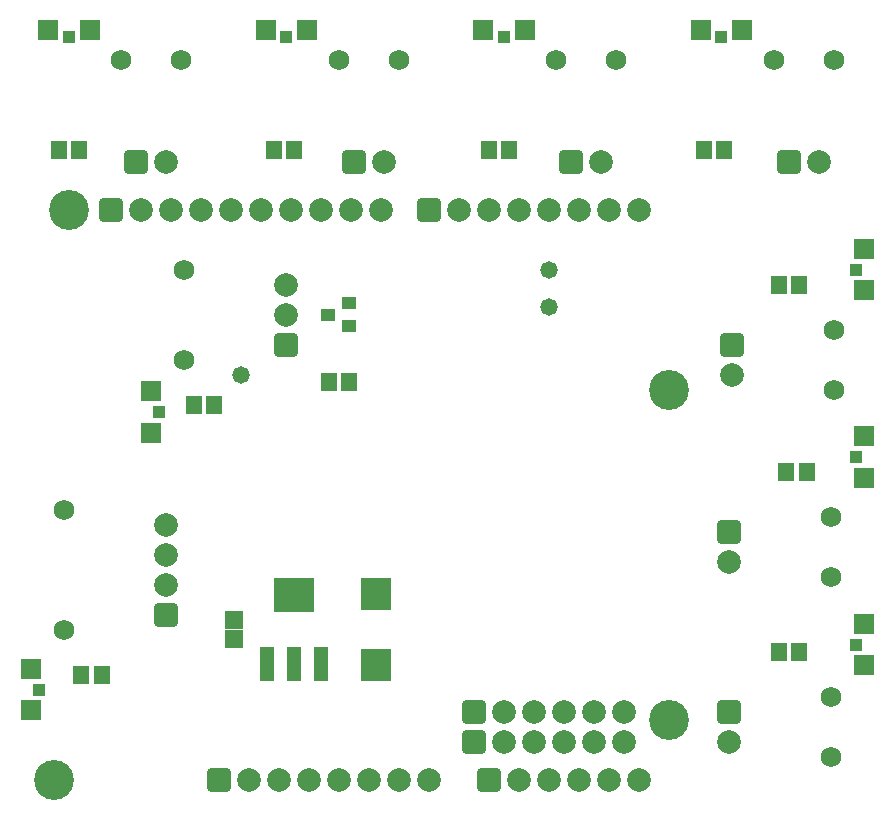
<source format=gts>
G04*
G04 #@! TF.GenerationSoftware,Altium Limited,Altium Designer,20.0.13 (296)*
G04*
G04 Layer_Color=8388736*
%FSLAX24Y24*%
%MOIN*%
G70*
G01*
G75*
%ADD27R,0.0434X0.0434*%
%ADD28R,0.0671X0.0671*%
%ADD29R,0.0434X0.0434*%
%ADD30R,0.0671X0.0671*%
%ADD31R,0.0533X0.0611*%
%ADD32R,0.0631X0.0592*%
%ADD33R,0.0474X0.1143*%
%ADD34R,0.1379X0.1143*%
%ADD35R,0.1045X0.1084*%
%ADD36R,0.0463X0.0396*%
%ADD37C,0.0680*%
G04:AMPARAMS|DCode=38|XSize=78.9mil|YSize=78.9mil|CornerRadius=12.9mil|HoleSize=0mil|Usage=FLASHONLY|Rotation=0.000|XOffset=0mil|YOffset=0mil|HoleType=Round|Shape=RoundedRectangle|*
%AMROUNDEDRECTD38*
21,1,0.0789,0.0531,0,0,0.0*
21,1,0.0531,0.0789,0,0,0.0*
1,1,0.0257,0.0266,-0.0266*
1,1,0.0257,-0.0266,-0.0266*
1,1,0.0257,-0.0266,0.0266*
1,1,0.0257,0.0266,0.0266*
%
%ADD38ROUNDEDRECTD38*%
%ADD39C,0.0789*%
G04:AMPARAMS|DCode=40|XSize=78.9mil|YSize=78.9mil|CornerRadius=12.9mil|HoleSize=0mil|Usage=FLASHONLY|Rotation=270.000|XOffset=0mil|YOffset=0mil|HoleType=Round|Shape=RoundedRectangle|*
%AMROUNDEDRECTD40*
21,1,0.0789,0.0531,0,0,270.0*
21,1,0.0531,0.0789,0,0,270.0*
1,1,0.0257,-0.0266,-0.0266*
1,1,0.0257,-0.0266,0.0266*
1,1,0.0257,0.0266,0.0266*
1,1,0.0257,0.0266,-0.0266*
%
%ADD40ROUNDEDRECTD40*%
%ADD41C,0.0580*%
%ADD42C,0.1330*%
D27*
X6000Y25744D02*
D03*
X13250D02*
D03*
X20500D02*
D03*
X27750D02*
D03*
D28*
X6689Y26000D02*
D03*
X5311D02*
D03*
X13939D02*
D03*
X12561D02*
D03*
X21189D02*
D03*
X19811D02*
D03*
X28439D02*
D03*
X27061D02*
D03*
D29*
X5006Y4000D02*
D03*
X32244Y18000D02*
D03*
Y11750D02*
D03*
Y5500D02*
D03*
X9006Y13250D02*
D03*
D30*
X4750Y4689D02*
D03*
Y3311D02*
D03*
X32500Y17311D02*
D03*
Y18689D02*
D03*
Y11061D02*
D03*
Y12439D02*
D03*
Y4811D02*
D03*
Y6189D02*
D03*
X8750Y13939D02*
D03*
Y12561D02*
D03*
D31*
X6406Y4500D02*
D03*
X7094D02*
D03*
X14656Y14250D02*
D03*
X15344D02*
D03*
X10156Y13500D02*
D03*
X10844D02*
D03*
X30344Y5250D02*
D03*
X29656D02*
D03*
X30594Y11250D02*
D03*
X29906D02*
D03*
X30344Y17500D02*
D03*
X29656D02*
D03*
X19989Y22000D02*
D03*
X20678D02*
D03*
X27156D02*
D03*
X27844D02*
D03*
X5656D02*
D03*
X6344D02*
D03*
X12822D02*
D03*
X13511D02*
D03*
D32*
X11500Y5685D02*
D03*
Y6315D02*
D03*
D33*
X12594Y4839D02*
D03*
X13500D02*
D03*
X14406D02*
D03*
D34*
X13500Y7161D02*
D03*
D35*
X16250Y7191D02*
D03*
Y4809D02*
D03*
D36*
X14652Y16500D02*
D03*
X15348Y16874D02*
D03*
Y16126D02*
D03*
D37*
X9750Y25000D02*
D03*
X7750D02*
D03*
X17000D02*
D03*
X15000D02*
D03*
X24250D02*
D03*
X22250D02*
D03*
X31500D02*
D03*
X29500D02*
D03*
X31500Y14000D02*
D03*
Y16000D02*
D03*
X31402Y7750D02*
D03*
Y9750D02*
D03*
Y1750D02*
D03*
Y3750D02*
D03*
X5848Y6000D02*
D03*
Y10000D02*
D03*
X9848Y15000D02*
D03*
Y18000D02*
D03*
D38*
X8250Y21598D02*
D03*
X15500D02*
D03*
X22750D02*
D03*
X30000D02*
D03*
X18000Y20000D02*
D03*
X7400D02*
D03*
X11000Y1000D02*
D03*
X20000D02*
D03*
X19500Y2250D02*
D03*
Y3250D02*
D03*
D39*
X9250Y21598D02*
D03*
X16500D02*
D03*
X23750D02*
D03*
X31000D02*
D03*
X28098Y14500D02*
D03*
X28000Y8250D02*
D03*
Y2250D02*
D03*
X9250Y9500D02*
D03*
Y8500D02*
D03*
Y7500D02*
D03*
X13250Y17500D02*
D03*
Y16500D02*
D03*
X19000Y20000D02*
D03*
X20000D02*
D03*
X21000D02*
D03*
X22000D02*
D03*
X23000D02*
D03*
X25000D02*
D03*
X24000D02*
D03*
X12400D02*
D03*
X11400D02*
D03*
X10400D02*
D03*
X9400D02*
D03*
X8400D02*
D03*
X16400D02*
D03*
X15400D02*
D03*
X14400D02*
D03*
X13400D02*
D03*
X12000Y1000D02*
D03*
X13000D02*
D03*
X14000D02*
D03*
X15000D02*
D03*
X16000D02*
D03*
X18000D02*
D03*
X17000D02*
D03*
X25000D02*
D03*
X24000D02*
D03*
X23000D02*
D03*
X22000D02*
D03*
X21000D02*
D03*
X24500Y2250D02*
D03*
X23500D02*
D03*
X22500D02*
D03*
X21500D02*
D03*
X20500D02*
D03*
X24500Y3250D02*
D03*
X23500D02*
D03*
X22500D02*
D03*
X21500D02*
D03*
X20500D02*
D03*
D40*
X28098Y15500D02*
D03*
X28000Y9250D02*
D03*
Y3250D02*
D03*
X9250Y6500D02*
D03*
X13250Y15500D02*
D03*
D41*
X22000Y16750D02*
D03*
Y18000D02*
D03*
X11750Y14500D02*
D03*
D42*
X26000Y3000D02*
D03*
Y14000D02*
D03*
X5500Y1000D02*
D03*
X6000Y20000D02*
D03*
M02*

</source>
